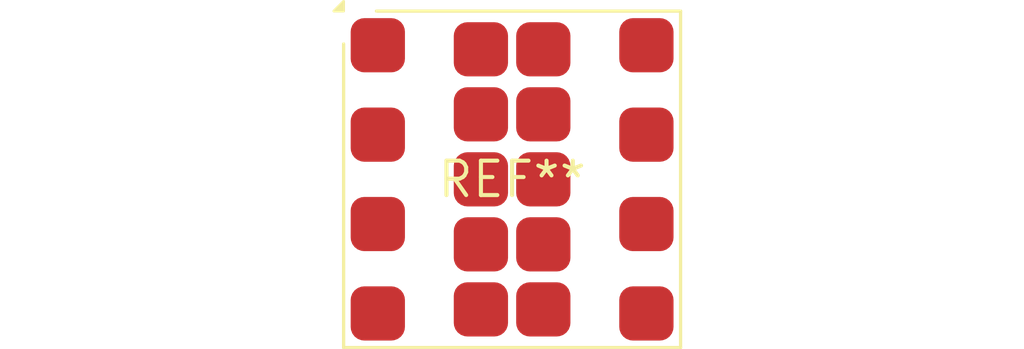
<source format=kicad_pcb>
(kicad_pcb (version 20240108) (generator pcbnew)
  (layers (0 "F.Cu" signal) (31 "B.Cu" signal) (34 "B.Paste" user) (35 "F.Paste" user) (36 "B.SilkS" user "B.Silkscreen") (37 "F.SilkS" user "F.Silkscreen") (38 "B.Mask" user) (39 "F.Mask" user) (44 "Edge.Cuts" user))
  (net 0 "")
  (footprint "MPS_LGA-18-10EP_12x12mm_P3.3mm" (layer "F.Cu") (at 0 0)
    (property "Reference" "REF**")
    (property "Value" "MPS_LGA-18-10EP_12x12mm_P3.3mm")
    (fp_line (start -6.21 -5) (end -6.21 6.21) (layer "F.SilkS") (stroke (width 0.12)))
    (fp_line (start -6.21 6.21) (end 6.21 6.21) (layer "F.SilkS") (stroke (width 0.12)))
    (fp_line (start 6.21 -6.21) (end -5 -6.21) (layer "F.SilkS") (stroke (width 0.12)))
    (fp_line (start 6.21 6.21) (end 6.21 -6.21) (layer "F.SilkS") (stroke (width 0.12)))
    (fp_poly (pts (xy -6.21 -6.21) (xy -6.57 -6.21) (xy -6.21 -6.57) (xy -6.21 -6.21)) (layer "F.SilkS") (stroke (width 0.1)) (fill solid))
    (pad "1" smd roundrect (at -4.95 -4.95) (size 2 2) (layers "F.Cu" "F.Paste" "F.Mask"))
    (pad "2" smd roundrect (at -4.95 -1.65) (size 2 2) (layers "F.Cu" "F.Paste" "F.Mask"))
    (pad "3" smd roundrect (at -4.95 1.65) (size 2 2) (layers "F.Cu" "F.Paste" "F.Mask"))
    (pad "4" smd roundrect (at -4.95 4.95) (size 2 2) (layers "F.Cu" "F.Paste" "F.Mask"))
    (pad "5" smd roundrect (at 4.95 4.95) (size 2 2) (layers "F.Cu" "F.Paste" "F.Mask"))
    (pad "6" smd roundrect (at 4.95 1.65) (size 2 2) (layers "F.Cu" "F.Paste" "F.Mask"))
    (pad "7" smd roundrect (at 4.95 -1.65) (size 2 2) (layers "F.Cu" "F.Paste" "F.Mask"))
    (pad "8" smd roundrect (at 4.95 -4.95) (size 2 2) (layers "F.Cu" "F.Paste" "F.Mask"))
    (pad "9" smd roundrect (at 1.15 -4.8) (size 2 2) (layers "F.Cu" "F.Paste" "F.Mask"))
    (pad "10" smd roundrect (at 1.15 -2.4) (size 2 2) (layers "F.Cu" "F.Paste" "F.Mask"))
    (pad "11" smd roundrect (at 1.15 0) (size 2 2) (layers "F.Cu" "F.Paste" "F.Mask"))
    (pad "12" smd roundrect (at 1.15 2.4) (size 2 2) (layers "F.Cu" "F.Paste" "F.Mask"))
    (pad "13" smd roundrect (at 1.15 4.8) (size 2 2) (layers "F.Cu" "F.Paste" "F.Mask"))
    (pad "14" smd roundrect (at -1.15 4.8) (size 2 2) (layers "F.Cu" "F.Paste" "F.Mask"))
    (pad "15" smd roundrect (at -1.15 2.4) (size 2 2) (layers "F.Cu" "F.Paste" "F.Mask"))
    (pad "16" smd roundrect (at -1.15 0) (size 2 2) (layers "F.Cu" "F.Paste" "F.Mask"))
    (pad "17" smd roundrect (at -1.15 -2.4) (size 2 2) (layers "F.Cu" "F.Paste" "F.Mask"))
    (pad "18" smd roundrect (at -1.15 -4.8) (size 2 2) (layers "F.Cu" "F.Paste" "F.Mask"))
  )
)
</source>
